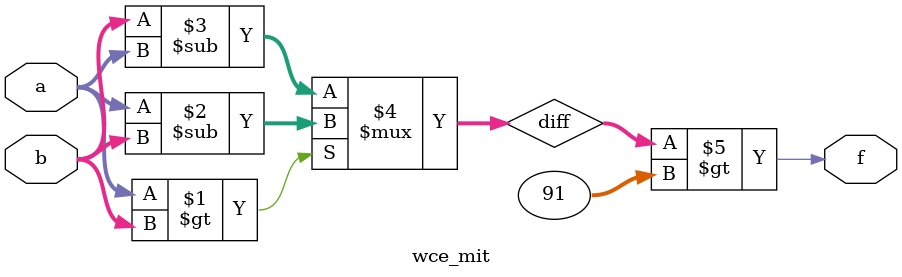
<source format=v>
module wce_mit(a, b, f);
parameter _bit = 9;
parameter wce = 91;
input [_bit - 1: 0] a;
input [_bit - 1: 0] b;
output f;
wire [_bit - 1: 0] diff;
assign diff = (a > b)? (a - b): (b - a);
assign f = (diff > wce);
endmodule

</source>
